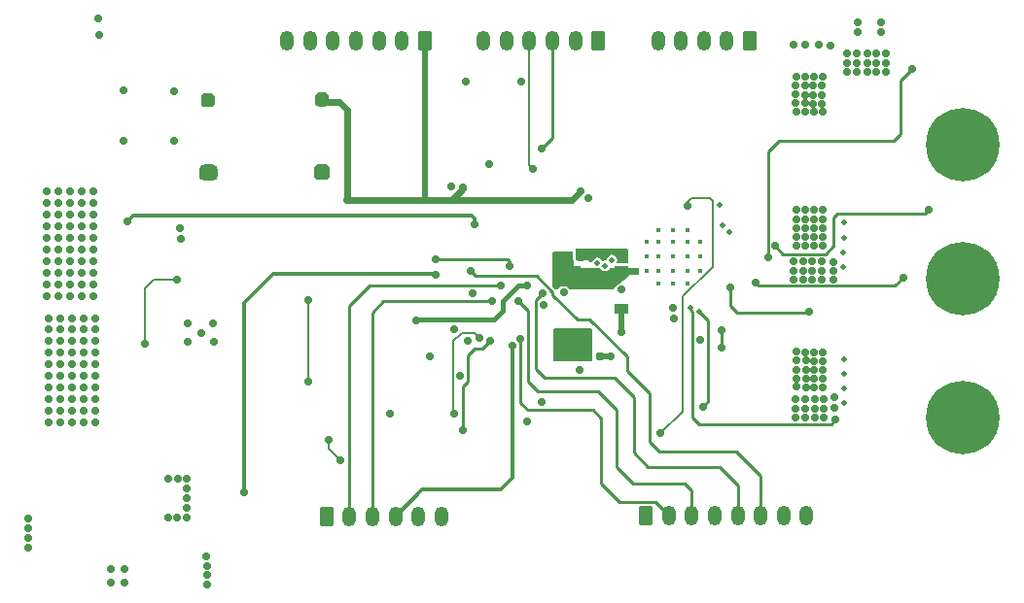
<source format=gbl>
%TF.GenerationSoftware,KiCad,Pcbnew,7.0.1-0*%
%TF.CreationDate,2023-08-15T02:12:02+05:30*%
%TF.ProjectId,retry1,72657472-7931-42e6-9b69-6361645f7063,rev?*%
%TF.SameCoordinates,Original*%
%TF.FileFunction,Copper,L4,Bot*%
%TF.FilePolarity,Positive*%
%FSLAX46Y46*%
G04 Gerber Fmt 4.6, Leading zero omitted, Abs format (unit mm)*
G04 Created by KiCad (PCBNEW 7.0.1-0) date 2023-08-15 02:12:02*
%MOMM*%
%LPD*%
G01*
G04 APERTURE LIST*
G04 Aperture macros list*
%AMRoundRect*
0 Rectangle with rounded corners*
0 $1 Rounding radius*
0 $2 $3 $4 $5 $6 $7 $8 $9 X,Y pos of 4 corners*
0 Add a 4 corners polygon primitive as box body*
4,1,4,$2,$3,$4,$5,$6,$7,$8,$9,$2,$3,0*
0 Add four circle primitives for the rounded corners*
1,1,$1+$1,$2,$3*
1,1,$1+$1,$4,$5*
1,1,$1+$1,$6,$7*
1,1,$1+$1,$8,$9*
0 Add four rect primitives between the rounded corners*
20,1,$1+$1,$2,$3,$4,$5,0*
20,1,$1+$1,$4,$5,$6,$7,0*
20,1,$1+$1,$6,$7,$8,$9,0*
20,1,$1+$1,$8,$9,$2,$3,0*%
G04 Aperture macros list end*
%TA.AperFunction,ComponentPad*%
%ADD10C,0.450000*%
%TD*%
%TA.AperFunction,ComponentPad*%
%ADD11RoundRect,0.250000X0.350000X0.625000X-0.350000X0.625000X-0.350000X-0.625000X0.350000X-0.625000X0*%
%TD*%
%TA.AperFunction,ComponentPad*%
%ADD12O,1.200000X1.750000*%
%TD*%
%TA.AperFunction,ComponentPad*%
%ADD13C,0.800000*%
%TD*%
%TA.AperFunction,ComponentPad*%
%ADD14C,6.400000*%
%TD*%
%TA.AperFunction,ComponentPad*%
%ADD15RoundRect,0.250000X-0.350000X-0.625000X0.350000X-0.625000X0.350000X0.625000X-0.350000X0.625000X0*%
%TD*%
%TA.AperFunction,SMDPad,CuDef*%
%ADD16RoundRect,0.155000X-0.212500X-0.155000X0.212500X-0.155000X0.212500X0.155000X-0.212500X0.155000X0*%
%TD*%
%TA.AperFunction,SMDPad,CuDef*%
%ADD17R,1.200000X0.900000*%
%TD*%
%TA.AperFunction,SMDPad,CuDef*%
%ADD18R,2.400000X1.500000*%
%TD*%
%TA.AperFunction,ViaPad*%
%ADD19C,0.700000*%
%TD*%
%TA.AperFunction,ViaPad*%
%ADD20C,0.500000*%
%TD*%
%TA.AperFunction,Conductor*%
%ADD21C,0.250000*%
%TD*%
%TA.AperFunction,Conductor*%
%ADD22C,0.200000*%
%TD*%
%TA.AperFunction,Conductor*%
%ADD23C,0.500000*%
%TD*%
%TA.AperFunction,Conductor*%
%ADD24C,0.300000*%
%TD*%
%TA.AperFunction,Conductor*%
%ADD25C,0.600000*%
%TD*%
%TA.AperFunction,Conductor*%
%ADD26C,0.400000*%
%TD*%
G04 APERTURE END LIST*
D10*
%TO.P,U7,V49_1,EP*%
%TO.N,GND*%
X128514000Y-113792000D03*
%TO.P,U7,V49_2,EP*%
X127254000Y-113792000D03*
%TO.P,U7,V49_3,EP*%
X127254000Y-112532000D03*
%TO.P,U7,V49_4,EP*%
X128514000Y-112532000D03*
%TO.P,U7,V49_5,EP*%
X129774000Y-112532000D03*
%TO.P,U7,V49_6,EP*%
X127254000Y-115052000D03*
%TO.P,U7,V49_7,EP*%
X128514000Y-115052000D03*
%TO.P,U7,V49_8,EP*%
X129774000Y-115052000D03*
%TO.P,U7,V49_9,EP*%
X129774000Y-113792000D03*
%TO.P,U7,V49_10,EP*%
X126189000Y-113792000D03*
%TO.P,U7,V49_11,EP*%
X126189000Y-112532000D03*
%TO.P,U7,V49_12,EP*%
X130839000Y-112532000D03*
%TO.P,U7,V49_13,EP*%
X130839000Y-113792000D03*
%TO.P,U7,V49_14,EP*%
X130839000Y-115052000D03*
%TO.P,U7,V49_15,EP*%
X127254000Y-111467000D03*
%TO.P,U7,V49_16,EP*%
X128514000Y-111467000D03*
%TO.P,U7,V49_17,EP*%
X129774000Y-111467000D03*
%TO.P,U7,V49_18,EP*%
X127254000Y-116117000D03*
%TO.P,U7,V49_19,EP*%
X128514000Y-116117000D03*
%TO.P,U7,V49_20,EP*%
X129774000Y-116117000D03*
%TO.P,U7,V49_21,EP*%
X126189000Y-115052000D03*
%TD*%
D11*
%TO.P,Hall,1,Pin_1*%
%TO.N,+3.3V*%
X135197600Y-94970600D03*
D12*
%TO.P,Hall,2,Pin_2*%
%TO.N,/Hall1*%
X133197600Y-94970600D03*
%TO.P,Hall,3,Pin_3*%
%TO.N,/Hall2*%
X131197600Y-94970600D03*
%TO.P,Hall,4,Pin_4*%
%TO.N,/Hall3*%
X129197600Y-94970600D03*
%TO.P,Hall,5,Pin_5*%
%TO.N,GND*%
X127197600Y-94970600D03*
%TD*%
D11*
%TO.P,JTAG,1,Pin_1*%
%TO.N,+3.3V*%
X106914366Y-94992367D03*
D12*
%TO.P,JTAG,2,Pin_2*%
%TO.N,/SWDIO{slash}TMS*%
X104914366Y-94992367D03*
%TO.P,JTAG,3,Pin_3*%
%TO.N,/SWCLK{slash}TCK*%
X102914366Y-94992367D03*
%TO.P,JTAG,4,Pin_4*%
%TO.N,/TDI*%
X100914366Y-94992367D03*
%TO.P,JTAG,5,Pin_5*%
%TO.N,/TDO*%
X98914366Y-94992367D03*
%TO.P,JTAG,6,Pin_6*%
%TO.N,/TRST*%
X96914366Y-94992367D03*
%TO.P,JTAG,7,Pin_7*%
%TO.N,GND*%
X94914366Y-94992367D03*
%TD*%
D13*
%TO.P,A,1,1*%
%TO.N,/SHA*%
X151295400Y-127863600D03*
X151998344Y-126166544D03*
X151998344Y-129560656D03*
X153695400Y-125463600D03*
D14*
X153695400Y-127863600D03*
D13*
X153695400Y-130263600D03*
X155392456Y-126166544D03*
X155392456Y-129560656D03*
X156095400Y-127863600D03*
%TD*%
D11*
%TO.P,Comms,1,Pin_1*%
%TO.N,/I2C_SDA*%
X122009442Y-94980552D03*
D12*
%TO.P,Comms,2,Pin_2*%
%TO.N,/I2C_SCL*%
X120009442Y-94980552D03*
%TO.P,Comms,3,Pin_3*%
%TO.N,/UART_TX*%
X118009442Y-94980552D03*
%TO.P,Comms,4,Pin_4*%
%TO.N,/UART_RX*%
X116009442Y-94980552D03*
%TO.P,Comms,5,Pin_5*%
%TO.N,/CAN_L*%
X114009442Y-94980552D03*
%TO.P,Comms,6,Pin_6*%
%TO.N,/CAN_H*%
X112009442Y-94980552D03*
%TD*%
D15*
%TO.P,SWD,1,Pin_1*%
%TO.N,+3.3V*%
X98338000Y-136444000D03*
D12*
%TO.P,SWD,2,Pin_2*%
%TO.N,/SWDIO{slash}TMS*%
X100338000Y-136444000D03*
%TO.P,SWD,3,Pin_3*%
%TO.N,/SWCLK{slash}TCK*%
X102338000Y-136444000D03*
%TO.P,SWD,4,Pin_4*%
%TO.N,/NRST*%
X104338000Y-136444000D03*
%TO.P,SWD,5,Pin_5*%
%TO.N,+5V*%
X106338000Y-136444000D03*
%TO.P,SWD,6,Pin_6*%
%TO.N,GND*%
X108338000Y-136444000D03*
%TD*%
D13*
%TO.P,B,1,1*%
%TO.N,/SHB*%
X151341456Y-115717656D03*
X152044400Y-114020600D03*
X152044400Y-117414712D03*
X153741456Y-113317656D03*
D14*
X153741456Y-115717656D03*
D13*
X153741456Y-118117656D03*
X155438512Y-114020600D03*
X155438512Y-117414712D03*
X156141456Y-115717656D03*
%TD*%
%TO.P,C,1,1*%
%TO.N,/SHC*%
X151295400Y-104063800D03*
X151998344Y-102366744D03*
X151998344Y-105760856D03*
X153695400Y-101663800D03*
D14*
X153695400Y-104063800D03*
D13*
X153695400Y-106463800D03*
X155392456Y-102366744D03*
X155392456Y-105760856D03*
X156095400Y-104063800D03*
%TD*%
D15*
%TO.P,Gpio Access,1,Pin_1*%
%TO.N,+3.3V*%
X126146800Y-136386400D03*
D12*
%TO.P,Gpio Access,2,Pin_2*%
%TO.N,/PC0*%
X128146800Y-136386400D03*
%TO.P,Gpio Access,3,Pin_3*%
%TO.N,/PC1*%
X130146800Y-136386400D03*
%TO.P,Gpio Access,4,Pin_4*%
%TO.N,/PC2*%
X132146800Y-136386400D03*
%TO.P,Gpio Access,5,Pin_5*%
%TO.N,/PC3*%
X134146800Y-136386400D03*
%TO.P,Gpio Access,6,Pin_6*%
%TO.N,/PB6*%
X136146800Y-136386400D03*
%TO.P,Gpio Access,7,Pin_7*%
%TO.N,/PB11*%
X138146800Y-136386400D03*
%TO.P,Gpio Access,8,Pin_8*%
%TO.N,GND*%
X140146800Y-136386400D03*
%TD*%
D16*
%TO.P,C30,1*%
%TO.N,+3.3V*%
X121047700Y-122478800D03*
%TO.P,C30,2*%
%TO.N,GND*%
X122182700Y-122478800D03*
%TD*%
%TO.P,C32,1*%
%TO.N,/SW*%
X119320500Y-113818400D03*
%TO.P,C32,2*%
%TO.N,/CB*%
X120455500Y-113818400D03*
%TD*%
D17*
%TO.P,D4,1,K*%
%TO.N,/SW*%
X124002800Y-115038600D03*
%TO.P,D4,2,A*%
%TO.N,GND*%
X124002800Y-118338600D03*
%TD*%
D18*
%TO.P,L2,1,1*%
%TO.N,+3.3V*%
X119278400Y-120861000D03*
%TO.P,L2,2,2*%
%TO.N,/SW*%
X119278400Y-115361000D03*
%TD*%
D19*
%TO.N,Net-(U3-PC14)*%
X110210600Y-128930000D03*
X112564386Y-121148229D03*
%TO.N,Net-(U3-PC13)*%
X109474000Y-127508000D03*
X111637589Y-120906845D03*
%TO.N,Net-(SW3-B)*%
X129768600Y-109372400D03*
X127431800Y-129209800D03*
%TO.N,GND*%
X78232000Y-125222000D03*
X140784200Y-112086800D03*
X124002800Y-120345200D03*
X76200000Y-121158000D03*
X80770000Y-142250000D03*
X77216000Y-125222000D03*
X77216000Y-127254000D03*
X123113800Y-122478800D03*
X140809600Y-123681200D03*
X141544200Y-110536800D03*
X78232000Y-126238000D03*
X77216000Y-126238000D03*
X111090000Y-117020000D03*
X74168000Y-128270000D03*
X120396000Y-123698000D03*
X78233371Y-119209342D03*
X87934800Y-142392400D03*
X86131400Y-133985000D03*
X140794200Y-109728000D03*
X88500000Y-119640000D03*
X139216200Y-100422600D03*
X85344000Y-136525000D03*
X74168000Y-120142000D03*
X141496200Y-99692600D03*
X78486000Y-92989400D03*
X86131400Y-136525000D03*
X140743400Y-98145600D03*
X139264200Y-112066800D03*
X139216200Y-99672600D03*
X74168000Y-127254000D03*
X85064600Y-99339400D03*
X112471200Y-105714800D03*
X119010000Y-116910000D03*
X139274200Y-122103200D03*
X141496200Y-100442600D03*
X87909400Y-140741400D03*
X141506200Y-101182600D03*
X78232000Y-122174000D03*
X139274200Y-112806800D03*
X77216000Y-124206000D03*
X86250000Y-121230000D03*
X75185371Y-119209342D03*
X139226200Y-101162600D03*
X80770000Y-141000000D03*
X139289600Y-123661200D03*
X75184000Y-122174000D03*
X75184000Y-125222000D03*
X117094000Y-126492000D03*
X74168000Y-121158000D03*
X74168000Y-123190000D03*
X109220000Y-107696000D03*
X76200000Y-128270000D03*
X88510000Y-121230000D03*
X78232000Y-121158000D03*
X76200000Y-126238000D03*
X78232000Y-128270000D03*
X74168000Y-124206000D03*
X77217371Y-119209342D03*
X109474000Y-120142000D03*
X78232000Y-124206000D03*
X75184000Y-124206000D03*
X77216000Y-120142000D03*
X141569600Y-123681200D03*
X140079600Y-125161200D03*
X140054200Y-112816800D03*
X139264200Y-110516800D03*
X130911600Y-121056400D03*
X141569600Y-122881200D03*
X75184000Y-128270000D03*
X140054200Y-122113200D03*
X139264200Y-111316800D03*
X139289600Y-124411200D03*
X141554200Y-109728000D03*
X140069600Y-123671200D03*
X76200000Y-120142000D03*
X97713800Y-106197400D03*
X142189200Y-95377000D03*
X75184000Y-126238000D03*
X140069600Y-124421200D03*
X121158000Y-108712000D03*
X139274200Y-109708000D03*
X141569600Y-124431200D03*
X141579600Y-125171200D03*
X140736200Y-100442600D03*
X78511400Y-94462600D03*
X139996200Y-99682600D03*
X140006200Y-101172600D03*
X85598000Y-111277400D03*
X140784200Y-110536800D03*
X76200000Y-127254000D03*
X140794200Y-122123200D03*
X141544200Y-111336800D03*
X139996200Y-98882600D03*
X74168000Y-126238000D03*
X77216000Y-121158000D03*
X79560000Y-142230000D03*
X74168000Y-125222000D03*
X75184000Y-123190000D03*
X86260000Y-119630000D03*
X84582000Y-133172200D03*
X77216000Y-128270000D03*
X141198600Y-95351600D03*
X75184000Y-121158000D03*
X109982000Y-124206000D03*
X85369400Y-133172200D03*
X78232000Y-120142000D03*
X140044200Y-112076800D03*
X78232000Y-123190000D03*
X139223400Y-98125600D03*
X87420000Y-120430000D03*
X77216000Y-122174000D03*
X117271800Y-118008400D03*
X76200000Y-124206000D03*
X85064600Y-103657400D03*
X80645000Y-103682800D03*
X86131400Y-134823200D03*
X140736200Y-99692600D03*
X139289600Y-122861200D03*
X140809600Y-124431200D03*
X140819600Y-125171200D03*
X76200000Y-123190000D03*
X141554200Y-122123200D03*
X78232000Y-127254000D03*
X141496200Y-98892600D03*
X76200000Y-125222000D03*
X88315800Y-106705400D03*
X74169371Y-119209342D03*
X86131400Y-135661400D03*
X103886000Y-127508000D03*
X85623400Y-112268000D03*
X98196400Y-106680000D03*
X79550000Y-141010000D03*
X141554200Y-112826800D03*
X140044200Y-111326800D03*
X87934800Y-141579600D03*
X140044200Y-110526800D03*
X141503400Y-98145600D03*
X140794200Y-112826800D03*
X140069600Y-122871200D03*
X75184000Y-120142000D03*
X84531200Y-136525000D03*
X87782400Y-106197400D03*
X110490000Y-98552000D03*
X76200000Y-122174000D03*
X77216000Y-123190000D03*
X140746200Y-101182600D03*
X139996200Y-100432600D03*
X140030200Y-95351600D03*
X140809600Y-122881200D03*
X80645000Y-99314000D03*
X138963400Y-95351600D03*
X76201371Y-119209342D03*
X75184000Y-127254000D03*
X140784200Y-111336800D03*
X115316000Y-98552000D03*
X115770000Y-128200000D03*
X86131400Y-133172200D03*
X139216200Y-98872600D03*
X74168000Y-122174000D03*
X139299600Y-125151200D03*
X87884000Y-139928600D03*
X140054200Y-109718000D03*
X140003400Y-98135600D03*
X140736200Y-98892600D03*
X141544200Y-112086800D03*
%TO.N,/Vbus*%
X81026000Y-110744000D03*
X111252000Y-110998000D03*
%TO.N,/UART_TX*%
X117094000Y-104394000D03*
%TO.N,/UART_RX*%
X116332000Y-106172000D03*
%TO.N,/SWDIO{slash}TMS*%
X113538000Y-116332000D03*
%TO.N,/SWCLK{slash}TCK*%
X112776000Y-117631161D03*
%TO.N,/SW*%
X123469400Y-115849400D03*
%TO.N,/SPB*%
X140342900Y-118637600D03*
X133502400Y-116459000D03*
%TO.N,/SPA*%
X132715000Y-121742200D03*
X132740400Y-120192800D03*
D20*
%TO.N,/SOC*%
X121917698Y-114326833D03*
X133390700Y-111633000D03*
%TO.N,/SOB*%
X122589208Y-114589317D03*
X132791200Y-111048800D03*
%TO.N,/SOA*%
X123190000Y-114091500D03*
X132562600Y-109321600D03*
D19*
%TO.N,/SHC*%
X150774400Y-109728000D03*
X137372900Y-112877600D03*
%TO.N,/SHB*%
X148533720Y-115595400D03*
X135720000Y-116080000D03*
D20*
%TO.N,/SHA*%
X130035133Y-118275267D03*
D19*
X142640000Y-128016000D03*
%TO.N,/PB6*%
X110871000Y-115062000D03*
%TO.N,/NRST*%
X114300000Y-114630200D03*
X107844161Y-114050233D03*
X114547603Y-121575493D03*
D20*
%TO.N,/GLA*%
X130810300Y-118602284D03*
D19*
X131089400Y-126923800D03*
%TO.N,/GHC*%
X149326600Y-97434400D03*
X136779000Y-113893600D03*
D20*
%TO.N,/CB*%
X124104400Y-114139098D03*
D19*
%TO.N,/BST*%
X85344000Y-115824000D03*
X82550000Y-121412000D03*
%TO.N,/BOOT0*%
X107844950Y-115351016D03*
X91186000Y-134366000D03*
%TO.N,+BATT*%
X140020000Y-127020000D03*
X139830000Y-115020000D03*
X143680000Y-96890000D03*
X77053573Y-110123537D03*
X77053573Y-113171537D03*
X139210000Y-127020000D03*
X88239600Y-100380800D03*
X77053573Y-114187537D03*
X75021573Y-111139537D03*
X141630000Y-126210000D03*
X78069573Y-110123537D03*
X139830000Y-114230000D03*
X141450000Y-115020000D03*
D20*
X143370000Y-126550000D03*
X143370000Y-112140000D03*
D19*
X76037573Y-113171537D03*
X139030000Y-114230000D03*
X75021573Y-116219537D03*
X142460000Y-115000000D03*
X140640000Y-114230000D03*
X74005573Y-117235537D03*
X74018897Y-109149120D03*
X75034897Y-108133120D03*
X140010000Y-126210000D03*
X128524000Y-118262400D03*
X146220000Y-96890000D03*
X146220000Y-97670000D03*
X142460000Y-114240000D03*
X144580000Y-93345000D03*
X146220000Y-96110000D03*
X77066897Y-109149120D03*
X140020000Y-127820000D03*
X144550000Y-97670000D03*
X74005573Y-111139537D03*
D20*
X143350000Y-114680000D03*
D19*
X77053573Y-111139537D03*
X143680000Y-97670000D03*
X78069573Y-117235537D03*
X145400000Y-96890000D03*
X78069573Y-116219537D03*
X78082897Y-109149120D03*
X77053573Y-115203537D03*
X139030000Y-115790000D03*
X139830000Y-115790000D03*
X146630000Y-94183200D03*
X78069573Y-112155537D03*
X124002800Y-116688600D03*
X143680000Y-96110000D03*
X75021573Y-117235537D03*
X75021573Y-113171537D03*
X141450000Y-115780000D03*
X74018897Y-108133120D03*
X140640000Y-115790000D03*
D20*
X143390000Y-122730000D03*
D19*
X139200000Y-126210000D03*
X139030000Y-115020000D03*
X76050897Y-109149120D03*
X72390000Y-137490200D03*
X75021573Y-115203537D03*
X140840000Y-127020000D03*
X77066897Y-108133120D03*
X147090000Y-96890000D03*
X77053573Y-112155537D03*
X147090000Y-97670000D03*
X78069573Y-113171537D03*
X142450000Y-115780000D03*
X144550000Y-96110000D03*
X76037573Y-112155537D03*
X74005573Y-115203537D03*
X87782400Y-99923600D03*
X76037573Y-114187537D03*
X75021573Y-112155537D03*
X144580000Y-94183200D03*
X76037573Y-115203537D03*
X141640000Y-127020000D03*
X147090000Y-96110000D03*
X75021573Y-114187537D03*
X75021573Y-110123537D03*
X140640000Y-115010000D03*
X146630000Y-93345000D03*
D20*
X143380000Y-125270000D03*
D19*
X140830000Y-126210000D03*
X76037573Y-111139537D03*
X74005573Y-116219537D03*
X72390000Y-138328400D03*
X75034897Y-109149120D03*
X145400000Y-96110000D03*
X77053573Y-116219537D03*
X78082897Y-108133120D03*
X76037573Y-110123537D03*
X74005573Y-110123537D03*
X72390000Y-139166600D03*
X140840000Y-127820000D03*
D20*
X143360000Y-113400000D03*
D19*
X142580000Y-126980000D03*
X77053573Y-117235537D03*
D20*
X143370000Y-110840000D03*
D19*
X139210000Y-127820000D03*
X141640000Y-127820000D03*
X145400000Y-97670000D03*
X72390000Y-136626600D03*
D20*
X143380000Y-124010000D03*
D19*
X78069573Y-115203537D03*
X76037573Y-117235537D03*
X78069573Y-114187537D03*
X141450000Y-114230000D03*
X142560000Y-126030000D03*
X74005573Y-113171537D03*
X74005573Y-114187537D03*
X76037573Y-116219537D03*
X128549400Y-119151400D03*
X78069573Y-111139537D03*
X144550000Y-96890000D03*
X74005573Y-112155537D03*
X76050897Y-108133120D03*
%TO.N,+5V*%
X98552000Y-129794000D03*
X96774000Y-124714000D03*
X99568000Y-131572000D03*
X96774000Y-117602000D03*
%TO.N,+3.3V*%
X120980200Y-120497600D03*
X107365800Y-122453400D03*
X106146600Y-119380000D03*
X115773200Y-116281200D03*
X100126800Y-108839000D03*
X110667500Y-121147100D03*
X120446800Y-108102400D03*
X98171000Y-100330000D03*
X120980200Y-121234200D03*
X97739200Y-99872800D03*
X110236000Y-107746800D03*
%TO.N,/PC0*%
X115212756Y-120969955D03*
%TO.N,/PC1*%
X115062000Y-117652800D03*
%TO.N,/PC3*%
X117144800Y-117017800D03*
%TD*%
D21*
%TO.N,Net-(U3-PC14)*%
X110657000Y-124653000D02*
X110190000Y-125120000D01*
X111944877Y-121796461D02*
X111263539Y-121796461D01*
X110190000Y-128909400D02*
X110210600Y-128930000D01*
X112564386Y-121176952D02*
X111944877Y-121796461D01*
X112564386Y-121148229D02*
X112564386Y-121176952D01*
X111263539Y-121796461D02*
X110657000Y-122403000D01*
X110190000Y-125120000D02*
X110190000Y-128909400D01*
X110657000Y-122403000D02*
X110657000Y-124653000D01*
D22*
%TO.N,Net-(U3-PC13)*%
X109332000Y-127366000D02*
X109474000Y-127508000D01*
X109804200Y-120802400D02*
X109702600Y-120802400D01*
X109332000Y-121173000D02*
X109332000Y-127366000D01*
X111228344Y-120497600D02*
X110109000Y-120497600D01*
X109702600Y-120802400D02*
X109332000Y-121173000D01*
X110109000Y-120497600D02*
X109804200Y-120802400D01*
X111637589Y-120906845D02*
X111228344Y-120497600D01*
%TO.N,Net-(SW3-B)*%
X131724400Y-108712000D02*
X131953000Y-108940600D01*
X129768600Y-109372400D02*
X129768600Y-109042200D01*
X130098800Y-108712000D02*
X131724400Y-108712000D01*
X131953000Y-108940600D02*
X131953000Y-114680463D01*
X129768600Y-109042200D02*
X130098800Y-108712000D01*
X129362200Y-127279400D02*
X127431800Y-129209800D01*
X131953000Y-114680463D02*
X129362200Y-117271263D01*
X129362200Y-117271263D02*
X129362200Y-127279400D01*
D23*
%TO.N,GND*%
X124002800Y-118338600D02*
X124002800Y-120345200D01*
X122182700Y-122478800D02*
X123113800Y-122478800D01*
D24*
%TO.N,/Vbus*%
X110998000Y-110236000D02*
X81534000Y-110236000D01*
X111252000Y-110998000D02*
X111252000Y-110490000D01*
X111252000Y-110490000D02*
X110998000Y-110236000D01*
X81534000Y-110236000D02*
X81026000Y-110744000D01*
D21*
%TO.N,/UART_TX*%
X118009442Y-94980552D02*
X118009442Y-103478558D01*
X118009442Y-103478558D02*
X117094000Y-104394000D01*
D22*
%TO.N,/UART_RX*%
X116009442Y-105849442D02*
X116009442Y-94980552D01*
X116332000Y-106172000D02*
X116009442Y-105849442D01*
D21*
%TO.N,/SWDIO{slash}TMS*%
X100338000Y-136444000D02*
X100338000Y-118118000D01*
X100330000Y-118110000D02*
X102095000Y-116345000D01*
X100338000Y-118118000D02*
X100330000Y-118110000D01*
X113525000Y-116345000D02*
X113538000Y-116332000D01*
X102095000Y-116345000D02*
X113525000Y-116345000D01*
%TO.N,/SWCLK{slash}TCK*%
X112712161Y-117695000D02*
X103285000Y-117695000D01*
X102338000Y-118642000D02*
X102338000Y-136444000D01*
X112776000Y-117631161D02*
X112712161Y-117695000D01*
X103285000Y-117695000D02*
X102338000Y-118642000D01*
%TO.N,/SPB*%
X133502400Y-116459000D02*
X133502400Y-118059200D01*
X140337100Y-118643400D02*
X140342900Y-118637600D01*
X134086600Y-118643400D02*
X140337100Y-118643400D01*
X133502400Y-118059200D02*
X134086600Y-118643400D01*
%TO.N,/SPA*%
X132715000Y-121742200D02*
X132715000Y-120218200D01*
X132715000Y-120218200D02*
X132740400Y-120192800D01*
%TO.N,/SHC*%
X141772195Y-113563400D02*
X142494000Y-112841595D01*
X138058700Y-113563400D02*
X141772195Y-113563400D01*
X150444200Y-110058200D02*
X150774400Y-109728000D01*
X142494000Y-110388400D02*
X142824200Y-110058200D01*
X142494000Y-112841595D02*
X142494000Y-110388400D01*
X137372900Y-112877600D02*
X138058700Y-113563400D01*
X142824200Y-110058200D02*
X150444200Y-110058200D01*
%TO.N,/SHB*%
X147799120Y-116330000D02*
X148533720Y-115595400D01*
X135720000Y-116080000D02*
X135970000Y-116330000D01*
X135970000Y-116330000D02*
X147799120Y-116330000D01*
%TO.N,/SHA*%
X142276000Y-128380000D02*
X130790000Y-128380000D01*
X130236600Y-118632600D02*
X130035133Y-118431133D01*
X130790000Y-128380000D02*
X130236600Y-127826600D01*
X130035133Y-118431133D02*
X130035133Y-118275267D01*
X130236600Y-127826600D02*
X130236600Y-118632600D01*
X142640000Y-128016000D02*
X142276000Y-128380000D01*
%TO.N,/PB6*%
X121259600Y-119303800D02*
X124485400Y-122529600D01*
X126441200Y-125730000D02*
X126441200Y-129921000D01*
X111302800Y-115493800D02*
X116611400Y-115493800D01*
X127279400Y-130759200D02*
X134035800Y-130759200D01*
X120192800Y-119303800D02*
X121259600Y-119303800D01*
X134035800Y-130759200D02*
X136146800Y-132870200D01*
X124485400Y-122529600D02*
X124485400Y-123774200D01*
X118008400Y-116890800D02*
X118008400Y-117119400D01*
X116611400Y-115493800D02*
X118008400Y-116890800D01*
X124485400Y-123774200D02*
X126441200Y-125730000D01*
X110871000Y-115062000D02*
X111302800Y-115493800D01*
X136146800Y-132870200D02*
X136146800Y-136386400D01*
X126441200Y-129921000D02*
X127279400Y-130759200D01*
X118008400Y-117119400D02*
X120192800Y-119303800D01*
%TO.N,/NRST*%
X114122200Y-114046000D02*
X114300000Y-114223800D01*
X114117967Y-114050233D02*
X114122200Y-114046000D01*
D24*
X114547603Y-121575493D02*
X114554000Y-121581890D01*
X114554000Y-121581890D02*
X114554000Y-133096000D01*
D21*
X107844161Y-114050233D02*
X114117967Y-114050233D01*
D24*
X113538000Y-134112000D02*
X106670000Y-134112000D01*
X114554000Y-133096000D02*
X113538000Y-134112000D01*
X106670000Y-134112000D02*
X104338000Y-136444000D01*
D21*
X114300000Y-114223800D02*
X114300000Y-114630200D01*
%TO.N,/GLA*%
X131586600Y-119378584D02*
X130810300Y-118602284D01*
X131089400Y-126923800D02*
X131586600Y-126426600D01*
X131586600Y-126426600D02*
X131586600Y-119378584D01*
%TO.N,/GHC*%
X147751800Y-103657400D02*
X148285200Y-103124000D01*
X148285200Y-103124000D02*
X148285200Y-98475800D01*
X137744200Y-103657400D02*
X147751800Y-103657400D01*
X148285200Y-98475800D02*
X149326600Y-97434400D01*
X136779000Y-113893600D02*
X136779000Y-104622600D01*
X136779000Y-104622600D02*
X137744200Y-103657400D01*
D22*
%TO.N,/BST*%
X85344000Y-115824000D02*
X83312000Y-115824000D01*
X83312000Y-115824000D02*
X82550000Y-116586000D01*
X82550000Y-116586000D02*
X82550000Y-121412000D01*
D24*
%TO.N,/BOOT0*%
X91186000Y-134366000D02*
X91186000Y-117856000D01*
X91186000Y-117856000D02*
X93726000Y-115316000D01*
X107809934Y-115316000D02*
X107844950Y-115351016D01*
X93726000Y-115316000D02*
X107809934Y-115316000D01*
D22*
%TO.N,+5V*%
X98552000Y-129794000D02*
X98552000Y-130556000D01*
X96774000Y-117602000D02*
X96774000Y-124714000D01*
X98552000Y-130556000D02*
X99568000Y-131572000D01*
D25*
%TO.N,+3.3V*%
X109245400Y-108839000D02*
X106914366Y-108839000D01*
D23*
X106914366Y-94992367D02*
X106914366Y-106654600D01*
D25*
X100126800Y-100965000D02*
X99491800Y-100330000D01*
X110236000Y-107848400D02*
X109245400Y-108839000D01*
D23*
X106914366Y-108839000D02*
X106914366Y-106654600D01*
D26*
X106248200Y-119278400D02*
X106146600Y-119380000D01*
X113665000Y-117678200D02*
X113665000Y-118516400D01*
D23*
X106914366Y-106654600D02*
X106914366Y-107004434D01*
D25*
X99491800Y-100330000D02*
X98171000Y-100330000D01*
D23*
X110236000Y-107746800D02*
X110236000Y-107848400D01*
D25*
X120446800Y-108102400D02*
X119710200Y-108839000D01*
D26*
X115062000Y-116281200D02*
X113665000Y-117678200D01*
X112903000Y-119278400D02*
X106248200Y-119278400D01*
D25*
X100126800Y-108839000D02*
X107823000Y-108839000D01*
X100126800Y-108839000D02*
X100126800Y-100965000D01*
D26*
X113665000Y-118516400D02*
X112903000Y-119278400D01*
D25*
X119710200Y-108839000D02*
X109245400Y-108839000D01*
D26*
X115773200Y-116281200D02*
X115062000Y-116281200D01*
D21*
%TO.N,/PC0*%
X126946800Y-135186400D02*
X123883400Y-135186400D01*
X123883400Y-135186400D02*
X122275600Y-133578600D01*
X115212756Y-121286051D02*
X115212756Y-120969955D01*
X115222603Y-121295898D02*
X115212756Y-121286051D01*
X115864000Y-127167000D02*
X115222603Y-126525603D01*
X115222603Y-126525603D02*
X115222603Y-121295898D01*
X128146800Y-136386400D02*
X126946800Y-135186400D01*
X121553600Y-127167000D02*
X115864000Y-127167000D01*
X122275600Y-133578600D02*
X122275600Y-127889000D01*
X122275600Y-127889000D02*
X121553600Y-127167000D01*
%TO.N,/PC1*%
X123596400Y-127127000D02*
X123596400Y-132130800D01*
X129514600Y-133578600D02*
X130146800Y-134210800D01*
X130146800Y-134210800D02*
X130146800Y-136386400D01*
X123596400Y-132130800D02*
X125044200Y-133578600D01*
X122021600Y-125552200D02*
X123596400Y-127127000D01*
X116713000Y-125552200D02*
X122021600Y-125552200D01*
X115887756Y-118478556D02*
X115887756Y-124726956D01*
X115887756Y-124726956D02*
X116713000Y-125552200D01*
X125044200Y-133578600D02*
X129514600Y-133578600D01*
X115062000Y-117652800D02*
X115887756Y-118478556D01*
%TO.N,/PC3*%
X125120400Y-130886200D02*
X126339600Y-132105400D01*
X126339600Y-132105400D02*
X132537200Y-132105400D01*
X123407800Y-124373000D02*
X125120400Y-126085600D01*
X134162800Y-133731000D02*
X134162800Y-134010400D01*
X125120400Y-126085600D02*
X125120400Y-130886200D01*
X117337200Y-124373000D02*
X123407800Y-124373000D01*
X117144800Y-117017800D02*
X116560600Y-117602000D01*
X116560600Y-117602000D02*
X116560600Y-123596400D01*
X134162800Y-134010400D02*
X134146800Y-134026400D01*
X116560600Y-123596400D02*
X117337200Y-124373000D01*
X134146800Y-134026400D02*
X134146800Y-136386400D01*
X132537200Y-132105400D02*
X134162800Y-133731000D01*
%TD*%
%TA.AperFunction,Conductor*%
%TO.N,GND*%
G36*
X88458841Y-105767127D02*
G01*
X88553407Y-105782104D01*
X88590302Y-105794091D01*
X88666817Y-105833077D01*
X88698202Y-105855881D01*
X88758918Y-105916597D01*
X88781722Y-105947983D01*
X88820707Y-106024495D01*
X88832695Y-106061392D01*
X88847673Y-106155958D01*
X88849200Y-106175356D01*
X88849200Y-106727444D01*
X88847673Y-106746842D01*
X88832695Y-106841407D01*
X88820707Y-106878304D01*
X88781722Y-106954816D01*
X88758918Y-106986202D01*
X88698202Y-107046918D01*
X88666816Y-107069722D01*
X88590304Y-107108707D01*
X88553407Y-107120695D01*
X88473625Y-107133331D01*
X88458840Y-107135673D01*
X88439444Y-107137200D01*
X87684156Y-107137200D01*
X87664759Y-107135673D01*
X87645658Y-107132647D01*
X87570192Y-107120695D01*
X87533295Y-107108707D01*
X87456783Y-107069722D01*
X87425397Y-107046918D01*
X87364681Y-106986202D01*
X87341877Y-106954816D01*
X87302892Y-106878304D01*
X87290904Y-106841406D01*
X87275927Y-106746841D01*
X87274400Y-106727444D01*
X87274400Y-106175356D01*
X87275925Y-106155970D01*
X87290905Y-106061384D01*
X87302890Y-106024498D01*
X87341879Y-105947979D01*
X87364678Y-105916600D01*
X87425400Y-105855878D01*
X87456779Y-105833079D01*
X87533298Y-105794090D01*
X87570184Y-105782105D01*
X87664770Y-105767125D01*
X87684156Y-105765600D01*
X88439444Y-105765600D01*
X88458841Y-105767127D01*
G37*
%TD.AperFunction*%
%TD*%
%TA.AperFunction,Conductor*%
%TO.N,+3.3V*%
G36*
X98136241Y-99442527D02*
G01*
X98230807Y-99457504D01*
X98267702Y-99469491D01*
X98344217Y-99508477D01*
X98375602Y-99531281D01*
X98436318Y-99591997D01*
X98459122Y-99623383D01*
X98498107Y-99699895D01*
X98510095Y-99736792D01*
X98525073Y-99831358D01*
X98526600Y-99850756D01*
X98526600Y-100301244D01*
X98525073Y-100320642D01*
X98510095Y-100415207D01*
X98498107Y-100452104D01*
X98459122Y-100528616D01*
X98436318Y-100560002D01*
X98375602Y-100620718D01*
X98344216Y-100643522D01*
X98267704Y-100682507D01*
X98230807Y-100694495D01*
X98151025Y-100707131D01*
X98136240Y-100709473D01*
X98116844Y-100711000D01*
X97742556Y-100711000D01*
X97723159Y-100709473D01*
X97704058Y-100706447D01*
X97628592Y-100694495D01*
X97591695Y-100682507D01*
X97515183Y-100643522D01*
X97483797Y-100620718D01*
X97423081Y-100560002D01*
X97400277Y-100528616D01*
X97361292Y-100452104D01*
X97349304Y-100415206D01*
X97334327Y-100320641D01*
X97332800Y-100301244D01*
X97332800Y-99850756D01*
X97334325Y-99831370D01*
X97349305Y-99736784D01*
X97361290Y-99699898D01*
X97400279Y-99623379D01*
X97423078Y-99592000D01*
X97483800Y-99531278D01*
X97515179Y-99508479D01*
X97591698Y-99469490D01*
X97628584Y-99457505D01*
X97723170Y-99442525D01*
X97742556Y-99441000D01*
X98116844Y-99441000D01*
X98136241Y-99442527D01*
G37*
%TD.AperFunction*%
%TD*%
%TA.AperFunction,Conductor*%
%TO.N,/CB*%
G36*
X124550400Y-113097413D02*
G01*
X124595787Y-113142800D01*
X124612400Y-113204800D01*
X124612400Y-114264100D01*
X124595787Y-114326100D01*
X124550400Y-114371487D01*
X124488400Y-114388100D01*
X123742751Y-114388100D01*
X123683323Y-114372932D01*
X123638435Y-114331138D01*
X123619067Y-114272943D01*
X123625451Y-114237558D01*
X123624160Y-114237373D01*
X123629733Y-114198607D01*
X123645133Y-114091500D01*
X123626697Y-113963274D01*
X123603658Y-113912827D01*
X123572881Y-113845435D01*
X123488049Y-113747533D01*
X123379068Y-113677494D01*
X123254773Y-113641000D01*
X123254772Y-113641000D01*
X123125228Y-113641000D01*
X123125227Y-113641000D01*
X123000931Y-113677494D01*
X122891950Y-113747533D01*
X122807118Y-113845435D01*
X122753302Y-113963273D01*
X122743355Y-114032464D01*
X122721625Y-114086744D01*
X122677437Y-114125033D01*
X122620617Y-114138817D01*
X122524436Y-114138817D01*
X122453515Y-114159640D01*
X122395113Y-114162421D01*
X122341930Y-114138132D01*
X122305788Y-114092174D01*
X122300580Y-114080770D01*
X122300578Y-114080768D01*
X122300578Y-114080767D01*
X122215747Y-113982866D01*
X122106766Y-113912827D01*
X121982471Y-113876333D01*
X121982470Y-113876333D01*
X121852926Y-113876333D01*
X121852925Y-113876333D01*
X121728629Y-113912827D01*
X121619648Y-113982866D01*
X121534816Y-114080768D01*
X121477881Y-114205437D01*
X121441157Y-114251850D01*
X121387103Y-114275955D01*
X121328034Y-114272260D01*
X121277406Y-114241606D01*
X121158000Y-114122200D01*
X120139000Y-114122200D01*
X120077000Y-114105587D01*
X120031613Y-114060200D01*
X120015000Y-113998200D01*
X120015000Y-113204800D01*
X120031613Y-113142800D01*
X120077000Y-113097413D01*
X120139000Y-113080800D01*
X124488400Y-113080800D01*
X124550400Y-113097413D01*
G37*
%TD.AperFunction*%
%TD*%
%TA.AperFunction,Conductor*%
%TO.N,/SW*%
G36*
X119747500Y-113351413D02*
G01*
X119792887Y-113396800D01*
X119809500Y-113458800D01*
X119809500Y-113998201D01*
X119816501Y-114051386D01*
X119833116Y-114113392D01*
X119853644Y-114162949D01*
X119862376Y-114174329D01*
X119881419Y-114209957D01*
X119888000Y-114249815D01*
X119888000Y-114554000D01*
X120091200Y-114757200D01*
X121766531Y-114757200D01*
X121801463Y-114762222D01*
X121852926Y-114777333D01*
X121982470Y-114777333D01*
X122033932Y-114762222D01*
X122068865Y-114757200D01*
X122090932Y-114757200D01*
X122157970Y-114776884D01*
X122203725Y-114829686D01*
X122206325Y-114835380D01*
X122291158Y-114933283D01*
X122291159Y-114933284D01*
X122319848Y-114951721D01*
X122400139Y-115003322D01*
X122524435Y-115039817D01*
X122524436Y-115039817D01*
X122653980Y-115039817D01*
X122653981Y-115039817D01*
X122778276Y-115003322D01*
X122806966Y-114984883D01*
X122887257Y-114933284D01*
X122972090Y-114835380D01*
X122972089Y-114835380D01*
X122974691Y-114829686D01*
X123020446Y-114776884D01*
X123087484Y-114757200D01*
X124764800Y-114757200D01*
X125402800Y-114757200D01*
X125464800Y-114773813D01*
X125510187Y-114819200D01*
X125526800Y-114881200D01*
X125526800Y-115242800D01*
X125510187Y-115304800D01*
X125464800Y-115350187D01*
X125402800Y-115366800D01*
X124688599Y-115366800D01*
X124167378Y-115888021D01*
X124157822Y-115896634D01*
X123839686Y-116154744D01*
X123809014Y-116173011D01*
X123725177Y-116207737D01*
X123610179Y-116295979D01*
X123527658Y-116403522D01*
X123507407Y-116424328D01*
X123217061Y-116659893D01*
X123180382Y-116680468D01*
X123138936Y-116687600D01*
X119594387Y-116687600D01*
X119539543Y-116674812D01*
X119496011Y-116639087D01*
X119490861Y-116632375D01*
X119402621Y-116517379D01*
X119287625Y-116429139D01*
X119287624Y-116429138D01*
X119287622Y-116429137D01*
X119153709Y-116373670D01*
X119010000Y-116354749D01*
X118866290Y-116373670D01*
X118732377Y-116429137D01*
X118617379Y-116517379D01*
X118523989Y-116639087D01*
X118480457Y-116674812D01*
X118425613Y-116687600D01*
X118317756Y-116687600D01*
X118275345Y-116680122D01*
X118238052Y-116658590D01*
X118232650Y-116654058D01*
X118224686Y-116646759D01*
X118044719Y-116466792D01*
X118017839Y-116426564D01*
X118008400Y-116379111D01*
X118008400Y-113458800D01*
X118025013Y-113396800D01*
X118070400Y-113351413D01*
X118132400Y-113334800D01*
X119685500Y-113334800D01*
X119747500Y-113351413D01*
G37*
%TD.AperFunction*%
%TD*%
%TA.AperFunction,Conductor*%
%TO.N,+BATT*%
G36*
X88255641Y-99544127D02*
G01*
X88350207Y-99559104D01*
X88387102Y-99571091D01*
X88463617Y-99610077D01*
X88495002Y-99632881D01*
X88555718Y-99693597D01*
X88578522Y-99724983D01*
X88617507Y-99801495D01*
X88629495Y-99838392D01*
X88644473Y-99932958D01*
X88646000Y-99952356D01*
X88646000Y-100352044D01*
X88644473Y-100371442D01*
X88629495Y-100466007D01*
X88617507Y-100502904D01*
X88578522Y-100579416D01*
X88555718Y-100610802D01*
X88495002Y-100671518D01*
X88463616Y-100694322D01*
X88387104Y-100733307D01*
X88350207Y-100745295D01*
X88270425Y-100757931D01*
X88255640Y-100760273D01*
X88236244Y-100761800D01*
X87811156Y-100761800D01*
X87791759Y-100760273D01*
X87772658Y-100757247D01*
X87697192Y-100745295D01*
X87660295Y-100733307D01*
X87583783Y-100694322D01*
X87552397Y-100671518D01*
X87491681Y-100610802D01*
X87468877Y-100579416D01*
X87429892Y-100502904D01*
X87417904Y-100466006D01*
X87402927Y-100371441D01*
X87401400Y-100352044D01*
X87401400Y-99952356D01*
X87402925Y-99932970D01*
X87417905Y-99838384D01*
X87429890Y-99801498D01*
X87468879Y-99724979D01*
X87491678Y-99693600D01*
X87552400Y-99632878D01*
X87583779Y-99610079D01*
X87660298Y-99571090D01*
X87697184Y-99559105D01*
X87791770Y-99544125D01*
X87811156Y-99542600D01*
X88236244Y-99542600D01*
X88255641Y-99544127D01*
G37*
%TD.AperFunction*%
%TD*%
%TA.AperFunction,Conductor*%
%TO.N,+3.3V*%
G36*
X121426200Y-120082413D02*
G01*
X121471587Y-120127800D01*
X121488200Y-120189800D01*
X121488200Y-122812000D01*
X121471587Y-122874000D01*
X121426200Y-122919387D01*
X121364200Y-122936000D01*
X118183200Y-122936000D01*
X118121200Y-122919387D01*
X118075813Y-122874000D01*
X118059200Y-122812000D01*
X118059200Y-120189800D01*
X118075813Y-120127800D01*
X118121200Y-120082413D01*
X118183200Y-120065800D01*
X121364200Y-120065800D01*
X121426200Y-120082413D01*
G37*
%TD.AperFunction*%
%TD*%
%TA.AperFunction,Conductor*%
%TO.N,GND*%
G36*
X98237841Y-105741727D02*
G01*
X98332407Y-105756704D01*
X98369302Y-105768691D01*
X98445817Y-105807677D01*
X98477202Y-105830481D01*
X98537918Y-105891197D01*
X98560722Y-105922583D01*
X98599707Y-105999095D01*
X98611695Y-106035992D01*
X98626673Y-106130558D01*
X98628200Y-106149956D01*
X98628200Y-106676644D01*
X98626673Y-106696042D01*
X98611695Y-106790607D01*
X98599707Y-106827504D01*
X98560722Y-106904016D01*
X98537918Y-106935402D01*
X98477202Y-106996118D01*
X98445816Y-107018922D01*
X98369304Y-107057907D01*
X98332407Y-107069895D01*
X98252625Y-107082531D01*
X98237840Y-107084873D01*
X98218444Y-107086400D01*
X97666356Y-107086400D01*
X97646959Y-107084873D01*
X97627858Y-107081847D01*
X97552392Y-107069895D01*
X97515495Y-107057907D01*
X97438983Y-107018922D01*
X97407597Y-106996118D01*
X97346881Y-106935402D01*
X97324077Y-106904016D01*
X97285092Y-106827504D01*
X97273104Y-106790606D01*
X97258127Y-106696041D01*
X97256600Y-106676644D01*
X97256600Y-106149956D01*
X97258125Y-106130570D01*
X97273105Y-106035984D01*
X97285090Y-105999098D01*
X97324079Y-105922579D01*
X97346878Y-105891200D01*
X97407600Y-105830478D01*
X97438979Y-105807679D01*
X97515498Y-105768690D01*
X97552384Y-105756705D01*
X97646970Y-105741725D01*
X97666356Y-105740200D01*
X98218444Y-105740200D01*
X98237841Y-105741727D01*
G37*
%TD.AperFunction*%
%TD*%
M02*

</source>
